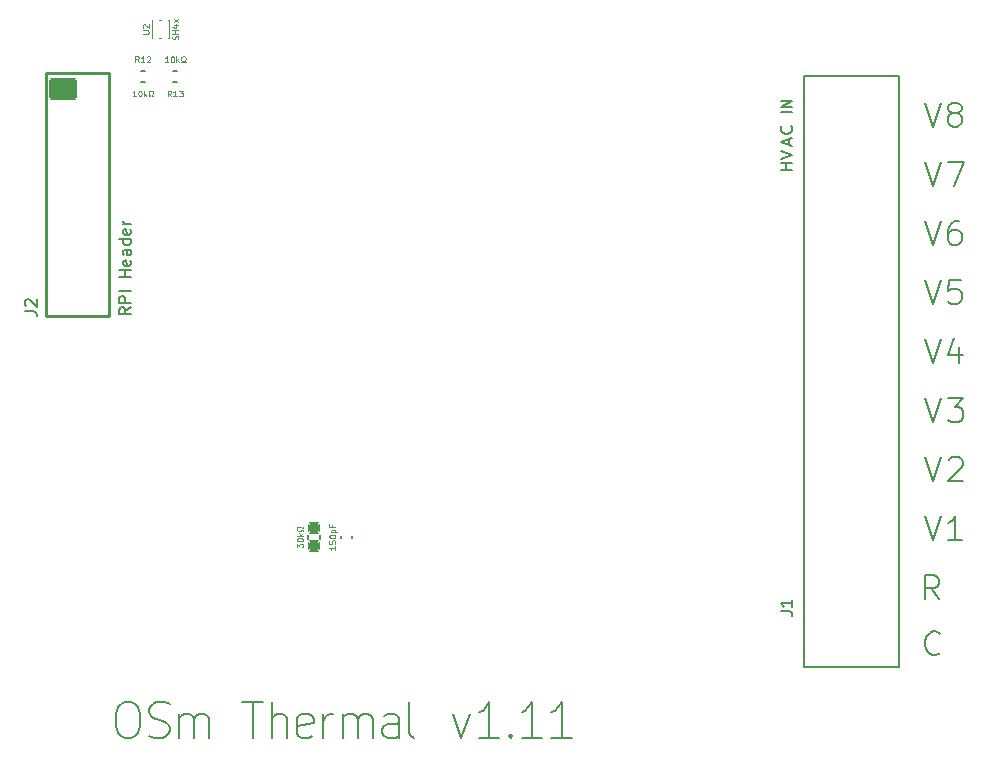
<source format=gbr>
G04 --- HEADER BEGIN --- *
G04 #@! TF.GenerationSoftware,LibrePCB,LibrePCB,1.0.0*
G04 #@! TF.CreationDate,2024-10-09T11:39:01*
G04 #@! TF.ProjectId,OSm Thermal,b11a65fa-6c4c-431c-8545-341aca355aaf,v1.11*
G04 #@! TF.Part,Single*
G04 #@! TF.SameCoordinates*
G04 #@! TF.FileFunction,Legend,Top*
G04 #@! TF.FilePolarity,Positive*
%FSLAX66Y66*%
%MOMM*%
G01*
G75*
G04 --- HEADER END --- *
G04 --- APERTURE LIST BEGIN --- *
%ADD10C,0.15*%
%ADD11C,0.25*%
%ADD12C,0.1*%
%ADD13C,0.2*%
%ADD14C,1.7*%
%AMROUNDEDRECT15*20,1,0.95,-0.4,0.0,0.4,0.0,0.0*20,1,0.75,-0.5,0.0,0.5,0.0,0.0*1,1,0.2,-0.4,0.375*1,1,0.2,0.4,0.375*1,1,0.2,0.4,-0.375*1,1,0.2,-0.4,-0.375*%
%ADD15ROUNDEDRECT15*%
%AMROUNDEDRECT16*20,1,0.95,-0.4,0.0,0.4,0.0,90.0*20,1,0.75,-0.5,0.0,0.5,0.0,90.0*1,1,0.2,-0.375,-0.4*1,1,0.2,-0.375,0.4*1,1,0.2,0.375,0.4*1,1,0.2,0.375,-0.4*%
%ADD16ROUNDEDRECT16*%
%ADD17O,2.39X1.787*%
%AMROUNDEDRECT18*20,1,1.787,-1.095,0.0,1.095,0.0,0.0*20,1,1.587,-1.195,0.0,1.195,0.0,0.0*1,1,0.2,-1.095,0.7935*1,1,0.2,1.095,0.7935*1,1,0.2,1.095,-0.7935*1,1,0.2,-1.095,-0.7935*%
%ADD18ROUNDEDRECT18*%
%AMROUNDEDRECT19*20,1,0.5,-0.175,0.0,0.175,0.0,90.0*20,1,0.15,-0.35,0.0,0.35,0.0,90.0*1,1,0.35,-0.075,-0.175*1,1,0.35,-0.075,0.175*1,1,0.35,0.075,0.175*1,1,0.35,0.075,-0.175*%
%ADD19ROUNDEDRECT19*%
%ADD20O,2.2X3.0*%
%AMROUNDEDRECT21*20,1,1.0,-0.425,0.0,0.425,0.0,90.0*20,1,0.8,-0.525,0.0,0.525,0.0,90.0*1,1,0.2,-0.4,-0.425*1,1,0.2,-0.4,0.425*1,1,0.2,0.4,0.425*1,1,0.2,0.4,-0.425*%
%ADD21ROUNDEDRECT21*%
%ADD22C,3.2*%
G04 --- APERTURE LIST END --- *
G04 --- BOARD BEGIN --- *
D10*
G04 #@! TO.C,R2*
X28025000Y-46075000D02*
X28025000Y-46425000D01*
X28975000Y-46075000D02*
X28975000Y-46425000D01*
G04 #@! TO.C,R13*
X16925000Y-6775000D02*
X16575000Y-6775000D01*
X16925000Y-7725000D02*
X16575000Y-7725000D01*
D11*
G04 #@! TO.C,J2*
X5835000Y-6965000D02*
X11165000Y-6965000D01*
X11165000Y-27535000D01*
X5835000Y-27535000D01*
X5835000Y-6965000D01*
D12*
G04 #@! TO.C,U2*
X14750000Y-4000000D02*
X14750000Y-2500000D01*
X16250000Y-2500000D01*
X16250000Y-4000000D01*
X14750000Y-4000000D01*
D10*
G04 #@! TO.C,R12*
X13825000Y-7725000D02*
X14175000Y-7725000D01*
X13825000Y-6775000D02*
X14175000Y-6775000D01*
D13*
G04 #@! TO.C,J1*
X70000000Y-57250000D02*
X70000000Y-7250000D01*
X78000000Y-7250000D01*
X78000000Y-57250000D01*
X70000000Y-57250000D01*
D10*
G04 #@! TO.C,C11*
X30775000Y-46175000D02*
X30775000Y-46325000D01*
X31725000Y-46175000D02*
X31725000Y-46325000D01*
D13*
G04 #@! TD*
X80250000Y-24500000D02*
X80916667Y-26500000D01*
X81583333Y-24500000D01*
X83230000Y-24500000D02*
X82278889Y-24500000D01*
X82183333Y-25453333D01*
X82278889Y-25357778D01*
X82470000Y-25262222D01*
X82945555Y-25262222D01*
X83136666Y-25357778D01*
X83230000Y-25453333D01*
X83325555Y-25642222D01*
X83325555Y-26120000D01*
X83230000Y-26308889D01*
X83136666Y-26404444D01*
X82945555Y-26500000D01*
X82470000Y-26500000D01*
X82278889Y-26404444D01*
X82183333Y-26308889D01*
X80250000Y-44500000D02*
X80916667Y-46500000D01*
X81583333Y-44500000D01*
X83325555Y-46500000D02*
X82183333Y-46500000D01*
X82754444Y-46500000D02*
X82754444Y-44500000D01*
X82563333Y-44786667D01*
X82374444Y-44975556D01*
X82183333Y-45071111D01*
X80250000Y-14500000D02*
X80916667Y-16500000D01*
X81583333Y-14500000D01*
X82183333Y-14500000D02*
X83516666Y-14500000D01*
X82658889Y-16500000D01*
X81487778Y-56058889D02*
X81392222Y-56154444D01*
X81107778Y-56250000D01*
X80916667Y-56250000D01*
X80630000Y-56154444D01*
X80441111Y-55963333D01*
X80345556Y-55774444D01*
X80250000Y-55392222D01*
X80250000Y-55107778D01*
X80345556Y-54725556D01*
X80441111Y-54536667D01*
X80630000Y-54345556D01*
X80916667Y-54250000D01*
X81107778Y-54250000D01*
X81392222Y-54345556D01*
X81487778Y-54441111D01*
X80250000Y-9500000D02*
X80916667Y-11500000D01*
X81583333Y-9500000D01*
X82563333Y-10357778D02*
X82374444Y-10262222D01*
X82278889Y-10166667D01*
X82183333Y-9975556D01*
X82183333Y-9880000D01*
X82278889Y-9691111D01*
X82374444Y-9595556D01*
X82563333Y-9500000D01*
X82945555Y-9500000D01*
X83136666Y-9595556D01*
X83230000Y-9691111D01*
X83325555Y-9880000D01*
X83325555Y-9975556D01*
X83230000Y-10166667D01*
X83136666Y-10262222D01*
X82945555Y-10357778D01*
X82563333Y-10357778D01*
X82374444Y-10453333D01*
X82278889Y-10546667D01*
X82183333Y-10737778D01*
X82183333Y-11120000D01*
X82278889Y-11308889D01*
X82374444Y-11404444D01*
X82563333Y-11500000D01*
X82945555Y-11500000D01*
X83136666Y-11404444D01*
X83230000Y-11308889D01*
X83325555Y-11120000D01*
X83325555Y-10737778D01*
X83230000Y-10546667D01*
X83136666Y-10453333D01*
X82945555Y-10357778D01*
X80250000Y-34500000D02*
X80916667Y-36500000D01*
X81583333Y-34500000D01*
X82183333Y-34500000D02*
X83421111Y-34500000D01*
X82754444Y-35262222D01*
X83041111Y-35262222D01*
X83230000Y-35357778D01*
X83325555Y-35453333D01*
X83421111Y-35642222D01*
X83421111Y-36120000D01*
X83325555Y-36308889D01*
X83230000Y-36404444D01*
X83041111Y-36500000D01*
X82470000Y-36500000D01*
X82278889Y-36404444D01*
X82183333Y-36308889D01*
X81392222Y-51500000D02*
X80725556Y-50546667D01*
X80250000Y-51500000D02*
X80250000Y-49500000D01*
X81012222Y-49500000D01*
X81203333Y-49595556D01*
X81296667Y-49691111D01*
X81392222Y-49880000D01*
X81392222Y-50166667D01*
X81296667Y-50357778D01*
X81203333Y-50453333D01*
X81012222Y-50546667D01*
X80250000Y-50546667D01*
X80250000Y-19500000D02*
X80916667Y-21500000D01*
X81583333Y-19500000D01*
X83136666Y-19500000D02*
X82754444Y-19500000D01*
X82563333Y-19595556D01*
X82470000Y-19691111D01*
X82278889Y-19975556D01*
X82183333Y-20357778D01*
X82183333Y-21120000D01*
X82278889Y-21308889D01*
X82374444Y-21404444D01*
X82563333Y-21500000D01*
X82945555Y-21500000D01*
X83136666Y-21404444D01*
X83230000Y-21308889D01*
X83325555Y-21120000D01*
X83325555Y-20642222D01*
X83230000Y-20453333D01*
X83136666Y-20357778D01*
X82945555Y-20262222D01*
X82563333Y-20262222D01*
X82374444Y-20357778D01*
X82278889Y-20453333D01*
X82183333Y-20642222D01*
X80250000Y-39500000D02*
X80916667Y-41500000D01*
X81583333Y-39500000D01*
X82278889Y-39691111D02*
X82374444Y-39595556D01*
X82563333Y-39500000D01*
X83041111Y-39500000D01*
X83230000Y-39595556D01*
X83325555Y-39691111D01*
X83421111Y-39880000D01*
X83421111Y-40071111D01*
X83325555Y-40357778D01*
X82183333Y-41500000D01*
X83421111Y-41500000D01*
X80250000Y-29500000D02*
X80916667Y-31500000D01*
X81583333Y-29500000D01*
X83136666Y-30166667D02*
X83136666Y-31500000D01*
X82658889Y-29404444D02*
X82183333Y-30833333D01*
X83421111Y-30833333D01*
D12*
G04 #@! TO.C,R13*
X16395278Y-8950000D02*
X16228611Y-8711667D01*
X16109722Y-8950000D02*
X16109722Y-8450000D01*
X16300278Y-8450000D01*
X16348055Y-8473889D01*
X16371389Y-8497778D01*
X16395278Y-8545000D01*
X16395278Y-8616667D01*
X16371389Y-8664444D01*
X16348055Y-8688333D01*
X16300278Y-8711667D01*
X16109722Y-8711667D01*
X16880834Y-8950000D02*
X16595278Y-8950000D01*
X16738056Y-8950000D02*
X16738056Y-8450000D01*
X16690278Y-8521667D01*
X16643056Y-8568889D01*
X16595278Y-8592778D01*
X17080834Y-8450000D02*
X17390278Y-8450000D01*
X17223612Y-8640556D01*
X17295278Y-8640556D01*
X17342501Y-8664444D01*
X17366390Y-8688333D01*
X17390278Y-8735556D01*
X17390278Y-8855000D01*
X17366390Y-8902222D01*
X17342501Y-8926111D01*
X17295278Y-8950000D01*
X17152501Y-8950000D01*
X17104723Y-8926111D01*
X17080834Y-8902222D01*
D13*
G04 #@! TO.C,J2*
X4000000Y-27138889D02*
X4714444Y-27138889D01*
X4856667Y-27186667D01*
X4952222Y-27282222D01*
X5000000Y-27424444D01*
X5000000Y-27520000D01*
X4095556Y-26691111D02*
X4047778Y-26643333D01*
X4000000Y-26548889D01*
X4000000Y-26310000D01*
X4047778Y-26215556D01*
X4095556Y-26167778D01*
X4190000Y-26120000D01*
X4285556Y-26120000D01*
X4428889Y-26167778D01*
X5000000Y-26738889D01*
X5000000Y-26120000D01*
D12*
G04 #@! TO.C,U2*
X14000000Y-3647500D02*
X14405000Y-3647500D01*
X14452222Y-3623611D01*
X14476111Y-3599722D01*
X14500000Y-3552500D01*
X14500000Y-3456944D01*
X14476111Y-3409167D01*
X14452222Y-3385833D01*
X14405000Y-3361944D01*
X14000000Y-3361944D01*
X14047778Y-3138055D02*
X14023889Y-3114166D01*
X14000000Y-3066944D01*
X14000000Y-2947500D01*
X14023889Y-2900277D01*
X14047778Y-2876388D01*
X14095000Y-2852500D01*
X14142778Y-2852500D01*
X14214444Y-2876388D01*
X14500000Y-3161944D01*
X14500000Y-2852500D01*
G04 #@! TO.C,R12*
X13645278Y-6050000D02*
X13478611Y-5811667D01*
X13359722Y-6050000D02*
X13359722Y-5550000D01*
X13550278Y-5550000D01*
X13598055Y-5573889D01*
X13621389Y-5597778D01*
X13645278Y-5645000D01*
X13645278Y-5716667D01*
X13621389Y-5764444D01*
X13598055Y-5788333D01*
X13550278Y-5811667D01*
X13359722Y-5811667D01*
X14130834Y-6050000D02*
X13845278Y-6050000D01*
X13988056Y-6050000D02*
X13988056Y-5550000D01*
X13940278Y-5621667D01*
X13893056Y-5668889D01*
X13845278Y-5692778D01*
X14354723Y-5597778D02*
X14378612Y-5573889D01*
X14425834Y-5550000D01*
X14545278Y-5550000D01*
X14592501Y-5573889D01*
X14616390Y-5597778D01*
X14640278Y-5645000D01*
X14640278Y-5692778D01*
X14616390Y-5764444D01*
X14330834Y-6050000D01*
X14640278Y-6050000D01*
D13*
G04 #@! TO.C,J1*
X68000000Y-52545000D02*
X68714444Y-52545000D01*
X68856667Y-52592778D01*
X68952222Y-52688333D01*
X69000000Y-52830555D01*
X69000000Y-52926111D01*
X69000000Y-51573889D02*
X69000000Y-52145000D01*
X69000000Y-51859444D02*
X68000000Y-51859444D01*
X68143333Y-51955000D01*
X68237778Y-52049444D01*
X68285556Y-52145000D01*
G04 #@! TD*
X12463333Y-60250000D02*
X13036667Y-60250000D01*
X13320000Y-60393333D01*
X13606667Y-60680000D01*
X13750000Y-61250000D01*
X13750000Y-62250000D01*
X13606667Y-62820000D01*
X13320000Y-63106667D01*
X13036667Y-63250000D01*
X12463333Y-63250000D01*
X12180000Y-63106667D01*
X11893333Y-62820000D01*
X11750000Y-62250000D01*
X11750000Y-61250000D01*
X11893333Y-60680000D01*
X12180000Y-60393333D01*
X12463333Y-60250000D01*
X14550000Y-63106667D02*
X14980000Y-63250000D01*
X15693333Y-63250000D01*
X15980000Y-63106667D01*
X16120000Y-62963333D01*
X16263333Y-62680000D01*
X16263333Y-62393333D01*
X16120000Y-62106667D01*
X15980000Y-61963333D01*
X15693333Y-61820000D01*
X15120000Y-61680000D01*
X14836667Y-61536667D01*
X14693333Y-61393333D01*
X14550000Y-61106667D01*
X14550000Y-60820000D01*
X14693333Y-60536667D01*
X14836667Y-60393333D01*
X15120000Y-60250000D01*
X15836667Y-60250000D01*
X16263333Y-60393333D01*
X17063333Y-63250000D02*
X17063333Y-61250000D01*
X17063333Y-61536667D02*
X17206666Y-61393333D01*
X17493333Y-61250000D01*
X17920000Y-61250000D01*
X18206666Y-61393333D01*
X18350000Y-61680000D01*
X18350000Y-63250000D01*
X18350000Y-61680000D02*
X18493333Y-61393333D01*
X18776666Y-61250000D01*
X19206666Y-61250000D01*
X19493333Y-61393333D01*
X19633333Y-61680000D01*
X19633333Y-63250000D01*
X22433332Y-60250000D02*
X24146665Y-60250000D01*
X23289999Y-63250000D02*
X23289999Y-60250000D01*
X24946665Y-63250000D02*
X24946665Y-60250000D01*
X26233332Y-63250000D02*
X26233332Y-61680000D01*
X26089998Y-61393333D01*
X25803332Y-61250000D01*
X25376665Y-61250000D01*
X25089998Y-61393333D01*
X24946665Y-61536667D01*
X28319999Y-63106667D02*
X28033332Y-63250000D01*
X27463332Y-63250000D01*
X27176665Y-63106667D01*
X27033332Y-62820000D01*
X27033332Y-61680000D01*
X27176665Y-61393333D01*
X27463332Y-61250000D01*
X28033332Y-61250000D01*
X28319999Y-61393333D01*
X28463332Y-61680000D01*
X28463332Y-61963333D01*
X27033332Y-62250000D01*
X29263332Y-63250000D02*
X29263332Y-61250000D01*
X29263332Y-61820000D02*
X29406665Y-61536667D01*
X29549999Y-61393333D01*
X29833332Y-61250000D01*
X30119999Y-61250000D01*
X30919999Y-63250000D02*
X30919999Y-61250000D01*
X30919999Y-61536667D02*
X31063332Y-61393333D01*
X31349999Y-61250000D01*
X31776666Y-61250000D01*
X32063332Y-61393333D01*
X32206666Y-61680000D01*
X32206666Y-63250000D01*
X32206666Y-61680000D02*
X32349999Y-61393333D01*
X32633332Y-61250000D01*
X33063332Y-61250000D01*
X33349999Y-61393333D01*
X33489999Y-61680000D01*
X33489999Y-63250000D01*
X35719999Y-63250000D02*
X35719999Y-61680000D01*
X35576666Y-61393333D01*
X35289999Y-61250000D01*
X34719999Y-61250000D01*
X34433332Y-61393333D01*
X35719999Y-63106667D02*
X35433332Y-63250000D01*
X34719999Y-63250000D01*
X34433332Y-63106667D01*
X34289999Y-62820000D01*
X34289999Y-62536667D01*
X34433332Y-62250000D01*
X34719999Y-62106667D01*
X35433332Y-62106667D01*
X35719999Y-61963333D01*
X36949999Y-63250000D02*
X36663332Y-63106667D01*
X36519999Y-62820000D01*
X36519999Y-60250000D01*
D12*
G04 #@! TO.C,R2*
X27050000Y-47133333D02*
X27050000Y-46823889D01*
X27240556Y-46990555D01*
X27240556Y-46918889D01*
X27264444Y-46871666D01*
X27288333Y-46847777D01*
X27335556Y-46823889D01*
X27455000Y-46823889D01*
X27502222Y-46847777D01*
X27526111Y-46871666D01*
X27550000Y-46918889D01*
X27550000Y-47061666D01*
X27526111Y-47109444D01*
X27502222Y-47133333D01*
X27050000Y-46505000D02*
X27050000Y-46457222D01*
X27073889Y-46409445D01*
X27097778Y-46385556D01*
X27145000Y-46362222D01*
X27240556Y-46338333D01*
X27359444Y-46338333D01*
X27455000Y-46362222D01*
X27502222Y-46385556D01*
X27526111Y-46409445D01*
X27550000Y-46457222D01*
X27550000Y-46505000D01*
X27526111Y-46552222D01*
X27502222Y-46576111D01*
X27455000Y-46600000D01*
X27359444Y-46623889D01*
X27240556Y-46623889D01*
X27145000Y-46600000D01*
X27097778Y-46576111D01*
X27073889Y-46552222D01*
X27050000Y-46505000D01*
X27550000Y-46138333D02*
X27050000Y-46138333D01*
X27359444Y-46090555D02*
X27550000Y-45947777D01*
X27216667Y-45947777D02*
X27407222Y-46138333D01*
X27550000Y-45747777D02*
X27550000Y-45628888D01*
X27455000Y-45628888D01*
X27431111Y-45676110D01*
X27383333Y-45723888D01*
X27311667Y-45747777D01*
X27192778Y-45747777D01*
X27121667Y-45723888D01*
X27073889Y-45676110D01*
X27050000Y-45604999D01*
X27050000Y-45509444D01*
X27073889Y-45438333D01*
X27121667Y-45390555D01*
X27192778Y-45366666D01*
X27311667Y-45366666D01*
X27383333Y-45390555D01*
X27431111Y-45438333D01*
X27455000Y-45486110D01*
X27550000Y-45486110D01*
X27550000Y-45366666D01*
G04 #@! TO.C,R13*
X16164167Y-6050000D02*
X15878611Y-6050000D01*
X16021389Y-6050000D02*
X16021389Y-5550000D01*
X15973611Y-5621667D01*
X15926389Y-5668889D01*
X15878611Y-5692778D01*
X16483056Y-5550000D02*
X16530834Y-5550000D01*
X16578611Y-5573889D01*
X16602500Y-5597778D01*
X16625834Y-5645000D01*
X16649723Y-5740556D01*
X16649723Y-5859444D01*
X16625834Y-5955000D01*
X16602500Y-6002222D01*
X16578611Y-6026111D01*
X16530834Y-6050000D01*
X16483056Y-6050000D01*
X16435834Y-6026111D01*
X16411945Y-6002222D01*
X16388056Y-5955000D01*
X16364167Y-5859444D01*
X16364167Y-5740556D01*
X16388056Y-5645000D01*
X16411945Y-5597778D01*
X16435834Y-5573889D01*
X16483056Y-5550000D01*
X16849723Y-6050000D02*
X16849723Y-5550000D01*
X16897501Y-5859444D02*
X17040279Y-6050000D01*
X17040279Y-5716667D02*
X16849723Y-5907222D01*
X17240279Y-6050000D02*
X17359168Y-6050000D01*
X17359168Y-5955000D01*
X17311946Y-5931111D01*
X17264168Y-5883333D01*
X17240279Y-5811667D01*
X17240279Y-5692778D01*
X17264168Y-5621667D01*
X17311946Y-5573889D01*
X17383057Y-5550000D01*
X17478612Y-5550000D01*
X17549723Y-5573889D01*
X17597501Y-5621667D01*
X17621390Y-5692778D01*
X17621390Y-5811667D01*
X17597501Y-5883333D01*
X17549723Y-5931111D01*
X17501946Y-5955000D01*
X17501946Y-6050000D01*
X17621390Y-6050000D01*
D13*
G04 #@! TO.C,J2*
X13000000Y-26811667D02*
X12523333Y-27145000D01*
X13000000Y-27382778D02*
X12000000Y-27382778D01*
X12000000Y-27001667D01*
X12047778Y-26906111D01*
X12095556Y-26859445D01*
X12190000Y-26811667D01*
X12333333Y-26811667D01*
X12428889Y-26859445D01*
X12476667Y-26906111D01*
X12523333Y-27001667D01*
X12523333Y-27382778D01*
X13000000Y-26411667D02*
X12000000Y-26411667D01*
X12000000Y-26030556D01*
X12047778Y-25935000D01*
X12095556Y-25888334D01*
X12190000Y-25840556D01*
X12333333Y-25840556D01*
X12428889Y-25888334D01*
X12476667Y-25935000D01*
X12523333Y-26030556D01*
X12523333Y-26411667D01*
X13000000Y-25440556D02*
X12000000Y-25440556D01*
X13000000Y-24240557D02*
X12000000Y-24240557D01*
X12476667Y-24240557D02*
X12476667Y-23669446D01*
X13000000Y-23669446D02*
X12000000Y-23669446D01*
X12952222Y-22840557D02*
X13000000Y-22936113D01*
X13000000Y-23126113D01*
X12952222Y-23221668D01*
X12856667Y-23269446D01*
X12476667Y-23269446D01*
X12381111Y-23221668D01*
X12333333Y-23126113D01*
X12333333Y-22936113D01*
X12381111Y-22840557D01*
X12476667Y-22792779D01*
X12571111Y-22792779D01*
X12666667Y-23269446D01*
X13000000Y-21916112D02*
X12476667Y-21916112D01*
X12381111Y-21963890D01*
X12333333Y-22059446D01*
X12333333Y-22249446D01*
X12381111Y-22345001D01*
X12952222Y-21916112D02*
X13000000Y-22011668D01*
X13000000Y-22249446D01*
X12952222Y-22345001D01*
X12856667Y-22392779D01*
X12762222Y-22392779D01*
X12666667Y-22345001D01*
X12618889Y-22249446D01*
X12618889Y-22011668D01*
X12571111Y-21916112D01*
X13000000Y-21039445D02*
X12000000Y-21039445D01*
X12952222Y-21039445D02*
X13000000Y-21135001D01*
X13000000Y-21326112D01*
X12952222Y-21420556D01*
X12904444Y-21468334D01*
X12810000Y-21516112D01*
X12523333Y-21516112D01*
X12428889Y-21468334D01*
X12381111Y-21420556D01*
X12333333Y-21326112D01*
X12333333Y-21135001D01*
X12381111Y-21039445D01*
X12952222Y-20210556D02*
X13000000Y-20306112D01*
X13000000Y-20496112D01*
X12952222Y-20591667D01*
X12856667Y-20639445D01*
X12476667Y-20639445D01*
X12381111Y-20591667D01*
X12333333Y-20496112D01*
X12333333Y-20306112D01*
X12381111Y-20210556D01*
X12476667Y-20162778D01*
X12571111Y-20162778D01*
X12666667Y-20639445D01*
X13000000Y-19762778D02*
X12333333Y-19762778D01*
X12523333Y-19762778D02*
X12428889Y-19715000D01*
X12381111Y-19667222D01*
X12333333Y-19572778D01*
X12333333Y-19477222D01*
D12*
G04 #@! TO.C,U2*
X16976111Y-4121111D02*
X17000000Y-4049444D01*
X17000000Y-3930555D01*
X16976111Y-3882778D01*
X16952222Y-3859444D01*
X16905000Y-3835555D01*
X16857222Y-3835555D01*
X16809444Y-3859444D01*
X16785556Y-3882778D01*
X16761667Y-3930555D01*
X16738333Y-4026111D01*
X16714444Y-4073333D01*
X16690556Y-4097222D01*
X16642778Y-4121111D01*
X16595000Y-4121111D01*
X16547778Y-4097222D01*
X16523889Y-4073333D01*
X16500000Y-4026111D01*
X16500000Y-3906667D01*
X16523889Y-3835555D01*
X17000000Y-3635555D02*
X16500000Y-3635555D01*
X16738333Y-3635555D02*
X16738333Y-3349999D01*
X17000000Y-3349999D02*
X16500000Y-3349999D01*
X16666667Y-2911666D02*
X17000000Y-2911666D01*
X16476111Y-3031110D02*
X16833333Y-3149999D01*
X16833333Y-2840555D01*
X17000000Y-2640555D02*
X16666667Y-2378888D01*
X16666667Y-2640555D02*
X17000000Y-2378888D01*
G04 #@! TO.C,R12*
X13414167Y-8950000D02*
X13128611Y-8950000D01*
X13271389Y-8950000D02*
X13271389Y-8450000D01*
X13223611Y-8521667D01*
X13176389Y-8568889D01*
X13128611Y-8592778D01*
X13733056Y-8450000D02*
X13780834Y-8450000D01*
X13828611Y-8473889D01*
X13852500Y-8497778D01*
X13875834Y-8545000D01*
X13899723Y-8640556D01*
X13899723Y-8759444D01*
X13875834Y-8855000D01*
X13852500Y-8902222D01*
X13828611Y-8926111D01*
X13780834Y-8950000D01*
X13733056Y-8950000D01*
X13685834Y-8926111D01*
X13661945Y-8902222D01*
X13638056Y-8855000D01*
X13614167Y-8759444D01*
X13614167Y-8640556D01*
X13638056Y-8545000D01*
X13661945Y-8497778D01*
X13685834Y-8473889D01*
X13733056Y-8450000D01*
X14099723Y-8950000D02*
X14099723Y-8450000D01*
X14147501Y-8759444D02*
X14290279Y-8950000D01*
X14290279Y-8616667D02*
X14099723Y-8807222D01*
X14490279Y-8950000D02*
X14609168Y-8950000D01*
X14609168Y-8855000D01*
X14561946Y-8831111D01*
X14514168Y-8783333D01*
X14490279Y-8711667D01*
X14490279Y-8592778D01*
X14514168Y-8521667D01*
X14561946Y-8473889D01*
X14633057Y-8450000D01*
X14728612Y-8450000D01*
X14799723Y-8473889D01*
X14847501Y-8521667D01*
X14871390Y-8592778D01*
X14871390Y-8711667D01*
X14847501Y-8783333D01*
X14799723Y-8831111D01*
X14751946Y-8855000D01*
X14751946Y-8950000D01*
X14871390Y-8950000D01*
D13*
G04 #@! TO.C,J1*
X69000000Y-15197222D02*
X68000000Y-15197222D01*
X68476667Y-15197222D02*
X68476667Y-14626111D01*
X69000000Y-14626111D02*
X68000000Y-14626111D01*
X68000000Y-14226111D02*
X69000000Y-13892778D01*
X68000000Y-13559444D01*
X68714444Y-13063888D02*
X68714444Y-12588333D01*
X69000000Y-13159444D02*
X68000000Y-12826111D01*
X69000000Y-12492777D01*
X68904444Y-11473888D02*
X68952222Y-11521666D01*
X69000000Y-11663888D01*
X69000000Y-11759444D01*
X68952222Y-11902777D01*
X68856667Y-11997221D01*
X68762222Y-12044999D01*
X68571111Y-12092777D01*
X68428889Y-12092777D01*
X68237778Y-12044999D01*
X68143333Y-11997221D01*
X68047778Y-11902777D01*
X68000000Y-11759444D01*
X68000000Y-11663888D01*
X68047778Y-11521666D01*
X68095556Y-11473888D01*
X69000000Y-10273889D02*
X68000000Y-10273889D01*
X69000000Y-9873889D02*
X68000000Y-9873889D01*
X69000000Y-9302778D01*
X68000000Y-9302778D01*
D12*
G04 #@! TO.C,C11*
X30300000Y-47031111D02*
X30300000Y-47316667D01*
X30300000Y-47173889D02*
X29800000Y-47173889D01*
X29871667Y-47221667D01*
X29918889Y-47268889D01*
X29942778Y-47316667D01*
X29800000Y-46569444D02*
X29800000Y-46807222D01*
X30038333Y-46831111D01*
X30014444Y-46807222D01*
X29990556Y-46759444D01*
X29990556Y-46640555D01*
X30014444Y-46592778D01*
X30038333Y-46569444D01*
X30085556Y-46545555D01*
X30205000Y-46545555D01*
X30252222Y-46569444D01*
X30276111Y-46592778D01*
X30300000Y-46640555D01*
X30300000Y-46759444D01*
X30276111Y-46807222D01*
X30252222Y-46831111D01*
X29800000Y-46226666D02*
X29800000Y-46178888D01*
X29823889Y-46131111D01*
X29847778Y-46107222D01*
X29895000Y-46083888D01*
X29990556Y-46059999D01*
X30109444Y-46059999D01*
X30205000Y-46083888D01*
X30252222Y-46107222D01*
X30276111Y-46131111D01*
X30300000Y-46178888D01*
X30300000Y-46226666D01*
X30276111Y-46273888D01*
X30252222Y-46297777D01*
X30205000Y-46321666D01*
X30109444Y-46345555D01*
X29990556Y-46345555D01*
X29895000Y-46321666D01*
X29847778Y-46297777D01*
X29823889Y-46273888D01*
X29800000Y-46226666D01*
X29966667Y-45859999D02*
X30466667Y-45859999D01*
X29990556Y-45859999D02*
X29966667Y-45812221D01*
X29966667Y-45717221D01*
X29990556Y-45669443D01*
X30014444Y-45645555D01*
X30061667Y-45621666D01*
X30205000Y-45621666D01*
X30252222Y-45645555D01*
X30276111Y-45669443D01*
X30300000Y-45717221D01*
X30300000Y-45812221D01*
X30276111Y-45859999D01*
X30038333Y-45254999D02*
X30038333Y-45421666D01*
X30300000Y-45421666D02*
X29800000Y-45421666D01*
X29800000Y-45183333D01*
D13*
G04 #@! TD*
X40250000Y-61250000D02*
X40963333Y-63250000D01*
X41680000Y-61250000D01*
X44193333Y-63250000D02*
X42480000Y-63250000D01*
X43336667Y-63250000D02*
X43336667Y-60250000D01*
X43050000Y-60680000D01*
X42766667Y-60963333D01*
X42480000Y-61106667D01*
X45136666Y-62963333D02*
X45280000Y-63106667D01*
X45136666Y-63250000D01*
X44993333Y-63106667D01*
X45136666Y-62963333D01*
X45136666Y-63250000D01*
X47793333Y-63250000D02*
X46080000Y-63250000D01*
X46936667Y-63250000D02*
X46936667Y-60250000D01*
X46650000Y-60680000D01*
X46366667Y-60963333D01*
X46080000Y-61106667D01*
X50306666Y-63250000D02*
X48593333Y-63250000D01*
X49450000Y-63250000D02*
X49450000Y-60250000D01*
X49163333Y-60680000D01*
X48880000Y-60963333D01*
X48593333Y-61106667D01*
%LPC*%
D14*
G04 #@! TO.C,K1*
X55750000Y-46750000D03*
X61250000Y-41750000D03*
X55750000Y-41750000D03*
X61250000Y-46750000D03*
D15*
G04 #@! TO.C,R2*
X28500000Y-47025000D03*
X28500000Y-45475000D03*
D14*
G04 #@! TO.C,K2*
X55750000Y-38750000D03*
X61250000Y-33750000D03*
X55750000Y-33750000D03*
X61250000Y-38750000D03*
G04 #@! TO.C,K5*
X55750000Y-14750000D03*
X61250000Y-9750000D03*
X55750000Y-9750000D03*
X61250000Y-14750000D03*
G04 #@! TO.C,K4*
X55750000Y-22750000D03*
X61250000Y-17750000D03*
X55750000Y-17750000D03*
X61250000Y-22750000D03*
D16*
G04 #@! TO.C,R13*
X15975000Y-7250000D03*
X17525000Y-7250000D03*
D14*
G04 #@! TO.C,K6*
X30000000Y-8750000D03*
X35500000Y-3750000D03*
X30000000Y-3750000D03*
X35500000Y-8750000D03*
G04 #@! TO.C,K3*
X55750000Y-30750000D03*
X61250000Y-25750000D03*
X55750000Y-25750000D03*
X61250000Y-30750000D03*
D17*
G04 #@! TO.C,J2*
X7230000Y-26140000D03*
X9770000Y-21060000D03*
X9770000Y-10900000D03*
X7230000Y-23600000D03*
X9770000Y-26140000D03*
X9770000Y-18520000D03*
X9770000Y-23600000D03*
X7230000Y-21060000D03*
X7230000Y-13440000D03*
X9770000Y-15980000D03*
X7230000Y-18520000D03*
D18*
X7230000Y-8360000D03*
D17*
X9770000Y-8360000D03*
X7230000Y-15980000D03*
X7230000Y-10900000D03*
X9770000Y-13440000D03*
D19*
G04 #@! TO.C,U2*
X15100000Y-2550000D03*
X15100000Y-3950000D03*
X15900000Y-3950000D03*
X15900000Y-2550000D03*
D16*
G04 #@! TO.C,R12*
X14775000Y-7250000D03*
X13225000Y-7250000D03*
D20*
G04 #@! TO.C,J1*
X74000000Y-49750000D03*
X74000000Y-39750000D03*
X74000000Y-29750000D03*
X74000000Y-44750000D03*
X74000000Y-24750000D03*
X74000000Y-9750000D03*
X74000000Y-19750000D03*
X74000000Y-14750000D03*
X74000000Y-54750000D03*
X74000000Y-34750000D03*
D21*
G04 #@! TO.C,C11*
X31250000Y-46975000D03*
X31250000Y-45525000D03*
D14*
G04 #@! TO.C,K7*
X30000000Y-16750000D03*
X35500000Y-11750000D03*
X30000000Y-11750000D03*
X35500000Y-16750000D03*
G04 #@! TO.C,K8*
X30000000Y-24750000D03*
X35500000Y-19750000D03*
X30000000Y-19750000D03*
X35500000Y-24750000D03*
D22*
G04 #@! TD*
X8500000Y-61500000D03*
X57500000Y-3500000D03*
X8500000Y-3500000D03*
X57500000Y-61500000D03*
G04 --- BOARD END --- *
G04 #@! TF.MD5,aa8621415f1244e8a46330d789ff6d48*
M02*

</source>
